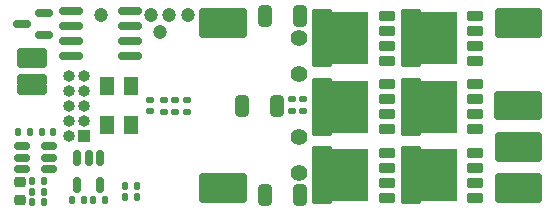
<source format=gbr>
%TF.GenerationSoftware,KiCad,Pcbnew,(6.0.5)*%
%TF.CreationDate,2022-09-11T00:02:45-04:00*%
%TF.ProjectId,GoldESC,476f6c64-4553-4432-9e6b-696361645f70,rev?*%
%TF.SameCoordinates,Original*%
%TF.FileFunction,Soldermask,Bot*%
%TF.FilePolarity,Negative*%
%FSLAX46Y46*%
G04 Gerber Fmt 4.6, Leading zero omitted, Abs format (unit mm)*
G04 Created by KiCad (PCBNEW (6.0.5)) date 2022-09-11 00:02:45*
%MOMM*%
%LPD*%
G01*
G04 APERTURE LIST*
G04 Aperture macros list*
%AMRoundRect*
0 Rectangle with rounded corners*
0 $1 Rounding radius*
0 $2 $3 $4 $5 $6 $7 $8 $9 X,Y pos of 4 corners*
0 Add a 4 corners polygon primitive as box body*
4,1,4,$2,$3,$4,$5,$6,$7,$8,$9,$2,$3,0*
0 Add four circle primitives for the rounded corners*
1,1,$1+$1,$2,$3*
1,1,$1+$1,$4,$5*
1,1,$1+$1,$6,$7*
1,1,$1+$1,$8,$9*
0 Add four rect primitives between the rounded corners*
20,1,$1+$1,$2,$3,$4,$5,0*
20,1,$1+$1,$4,$5,$6,$7,0*
20,1,$1+$1,$6,$7,$8,$9,0*
20,1,$1+$1,$8,$9,$2,$3,0*%
%AMFreePoly0*
4,1,21,3.024497,2.399497,3.045000,2.350000,3.045000,-2.350000,3.024497,-2.399497,2.975000,-2.420000,1.425000,-2.420000,1.375503,-2.399497,1.355000,-2.350000,1.355000,-2.170000,-1.650000,-2.170000,-1.699497,-2.149497,-1.720000,-2.100000,-1.720000,2.100000,-1.699497,2.149497,-1.650000,2.170000,1.355000,2.170000,1.355000,2.350000,1.375503,2.399497,1.425000,2.420000,2.975000,2.420000,
3.024497,2.399497,3.024497,2.399497,$1*%
G04 Aperture macros list end*
%ADD10C,1.200000*%
%ADD11R,1.000000X1.000000*%
%ADD12RoundRect,0.250000X0.250000X-0.250000X0.250000X0.250000X-0.250000X0.250000X-0.250000X-0.250000X0*%
%ADD13RoundRect,0.250000X-0.250000X0.250000X-0.250000X-0.250000X0.250000X-0.250000X0.250000X0.250000X0*%
%ADD14RoundRect,0.250000X0.250000X0.250000X-0.250000X0.250000X-0.250000X-0.250000X0.250000X-0.250000X0*%
%ADD15O,1.000000X1.000000*%
%ADD16RoundRect,0.070000X-0.575000X0.350000X-0.575000X-0.350000X0.575000X-0.350000X0.575000X0.350000X0*%
%ADD17FreePoly0,180.000000*%
%ADD18R,1.300000X1.600000*%
%ADD19RoundRect,0.140000X0.140000X0.170000X-0.140000X0.170000X-0.140000X-0.170000X0.140000X-0.170000X0*%
%ADD20RoundRect,0.135000X-0.135000X-0.185000X0.135000X-0.185000X0.135000X0.185000X-0.135000X0.185000X0*%
%ADD21RoundRect,0.135000X-0.185000X0.135000X-0.185000X-0.135000X0.185000X-0.135000X0.185000X0.135000X0*%
%ADD22RoundRect,0.225000X0.250000X-0.225000X0.250000X0.225000X-0.250000X0.225000X-0.250000X-0.225000X0*%
%ADD23RoundRect,0.150000X0.825000X0.150000X-0.825000X0.150000X-0.825000X-0.150000X0.825000X-0.150000X0*%
%ADD24RoundRect,0.135000X0.135000X0.185000X-0.135000X0.185000X-0.135000X-0.185000X0.135000X-0.185000X0*%
%ADD25RoundRect,0.150000X0.587500X0.150000X-0.587500X0.150000X-0.587500X-0.150000X0.587500X-0.150000X0*%
%ADD26RoundRect,0.135000X0.185000X-0.135000X0.185000X0.135000X-0.185000X0.135000X-0.185000X-0.135000X0*%
%ADD27RoundRect,0.150000X-0.150000X0.512500X-0.150000X-0.512500X0.150000X-0.512500X0.150000X0.512500X0*%
%ADD28RoundRect,0.140000X-0.170000X0.140000X-0.170000X-0.140000X0.170000X-0.140000X0.170000X0.140000X0*%
%ADD29RoundRect,0.140000X-0.140000X-0.170000X0.140000X-0.170000X0.140000X0.170000X-0.140000X0.170000X0*%
%ADD30C,1.400000*%
%ADD31RoundRect,0.250000X0.325000X0.650000X-0.325000X0.650000X-0.325000X-0.650000X0.325000X-0.650000X0*%
%ADD32RoundRect,0.250000X-0.325000X-0.650000X0.325000X-0.650000X0.325000X0.650000X-0.325000X0.650000X0*%
%ADD33RoundRect,0.150000X0.512500X0.150000X-0.512500X0.150000X-0.512500X-0.150000X0.512500X-0.150000X0*%
G04 APERTURE END LIST*
D10*
%TO.C,TP80*%
X-7350000Y6250000D03*
%TD*%
%TO.C,TP83*%
X-12350000Y7700000D03*
%TD*%
%TO.C,TP81*%
X-6550000Y7700000D03*
%TD*%
D11*
%TO.C,J1*%
X23750000Y7000000D03*
D12*
X21500000Y6250000D03*
D11*
X22250000Y7750000D03*
X22250000Y7000000D03*
X23000000Y7750000D03*
X22250000Y6250000D03*
X24500000Y7000000D03*
X23750000Y6250000D03*
D12*
X24500000Y6250000D03*
D11*
X23750000Y7750000D03*
X23000000Y7000000D03*
X23000000Y6250000D03*
D12*
X21500000Y7750000D03*
D11*
X21500000Y7000000D03*
D12*
X24500000Y7750000D03*
%TD*%
D11*
%TO.C,J40*%
X-1250000Y-7000000D03*
X-500000Y-7000000D03*
X-1250000Y-6250000D03*
X-2000000Y-6250000D03*
X-2750000Y-7750000D03*
X-2000000Y-7000000D03*
X-2000000Y-7750000D03*
X-1250000Y-7750000D03*
X-2750000Y-6250000D03*
D13*
X-500000Y-6250000D03*
X-500000Y-7750000D03*
X-3500000Y-7750000D03*
X-3500000Y-6250000D03*
D11*
X-2750000Y-7000000D03*
X-3500000Y-7000000D03*
%TD*%
D10*
%TO.C,TP84*%
X-8100000Y7700000D03*
%TD*%
D11*
%TO.C,J2*%
X22950000Y750000D03*
X22200000Y750000D03*
X23700000Y0D03*
X23700000Y-750000D03*
D12*
X21450000Y750000D03*
D11*
X24450000Y0D03*
D12*
X21450000Y-750000D03*
D11*
X22950000Y-750000D03*
X22200000Y-750000D03*
X22200000Y0D03*
X22950000Y0D03*
D12*
X24450000Y-750000D03*
X24450000Y750000D03*
D11*
X21450000Y0D03*
X23700000Y750000D03*
%TD*%
D10*
%TO.C,TP82*%
X-5000000Y7700000D03*
%TD*%
D14*
%TO.C,J30*%
X-17450000Y4400000D03*
X-18950000Y3650000D03*
D11*
X-18200000Y3650000D03*
D14*
X-18950000Y4400000D03*
X-17450000Y3650000D03*
D11*
X-18200000Y4400000D03*
D14*
X-17450000Y2150000D03*
D11*
X-18200000Y1400000D03*
D14*
X-18950000Y2150000D03*
D11*
X-18200000Y2150000D03*
D14*
X-18950000Y1400000D03*
X-17450000Y1400000D03*
%TD*%
D11*
%TO.C,J81*%
X-13765000Y-2540000D03*
D15*
X-15035000Y-2540000D03*
X-13765000Y-1270000D03*
X-15035000Y-1270000D03*
X-13765000Y0D03*
X-15035000Y0D03*
X-13765000Y1270000D03*
X-15035000Y1270000D03*
X-13765000Y2540000D03*
X-15035000Y2540000D03*
%TD*%
D13*
%TO.C,J41*%
X-500000Y6250000D03*
D11*
X-3500000Y7000000D03*
X-2750000Y6250000D03*
X-1250000Y7000000D03*
D13*
X-500000Y7750000D03*
D11*
X-2750000Y7750000D03*
X-2000000Y7750000D03*
D13*
X-3500000Y7750000D03*
D11*
X-2000000Y6250000D03*
X-2000000Y7000000D03*
X-2750000Y7000000D03*
X-1250000Y7750000D03*
X-1250000Y6250000D03*
X-500000Y7000000D03*
D13*
X-3500000Y6250000D03*
%TD*%
D11*
%TO.C,J4*%
X22250000Y-4250000D03*
D13*
X24500000Y-2750000D03*
D11*
X23750000Y-2750000D03*
D13*
X21500000Y-4250000D03*
D11*
X21500000Y-3500000D03*
X23000000Y-4250000D03*
X23750000Y-3500000D03*
X22250000Y-3500000D03*
X23000000Y-2750000D03*
X24500000Y-3500000D03*
X23750000Y-4250000D03*
X22250000Y-2750000D03*
D13*
X24500000Y-4250000D03*
X21500000Y-2750000D03*
D11*
X23000000Y-3500000D03*
%TD*%
D12*
%TO.C,J3*%
X21500000Y-6250000D03*
X21500000Y-7750000D03*
D11*
X23750000Y-6250000D03*
D12*
X24500000Y-6250000D03*
X24500000Y-7750000D03*
D11*
X23000000Y-7000000D03*
X24500000Y-7000000D03*
X22250000Y-6250000D03*
X21500000Y-7000000D03*
X23000000Y-7750000D03*
X22250000Y-7000000D03*
X22250000Y-7750000D03*
X23750000Y-7750000D03*
X23000000Y-6250000D03*
X23750000Y-7000000D03*
%TD*%
D16*
%TO.C,Q4*%
X19335000Y7610000D03*
X19335000Y6340000D03*
X19335000Y5060000D03*
X19335000Y3790000D03*
D17*
X16065000Y5700000D03*
%TD*%
D18*
%TO.C,U81*%
X-9800000Y1650000D03*
X-9800000Y-1650000D03*
X-11800000Y-1650000D03*
X-11800000Y1650000D03*
%TD*%
D19*
%TO.C,C53*%
X-13820000Y-8000000D03*
X-14780000Y-8000000D03*
%TD*%
D16*
%TO.C,Q3*%
X11835000Y-3990000D03*
X11835000Y-5260000D03*
X11835000Y-6540000D03*
X11835000Y-7810000D03*
D17*
X8565000Y-5900000D03*
%TD*%
D16*
%TO.C,Q1*%
X11835000Y7610000D03*
X11835000Y6340000D03*
X11835000Y5060000D03*
X11835000Y3790000D03*
D17*
X8565000Y5700000D03*
%TD*%
D20*
%TO.C,R61*%
X-18160000Y-8150000D03*
X-17140000Y-8150000D03*
%TD*%
D21*
%TO.C,R41*%
X4800000Y560000D03*
X4800000Y-460000D03*
%TD*%
D22*
%TO.C,C60*%
X-19177000Y-8025000D03*
X-19177000Y-6475000D03*
%TD*%
D23*
%TO.C,U30*%
X-9925000Y8005000D03*
X-9925000Y6735000D03*
X-9925000Y5465000D03*
X-9925000Y4195000D03*
X-14875000Y4195000D03*
X-14875000Y5465000D03*
X-14875000Y6735000D03*
X-14875000Y8005000D03*
%TD*%
D24*
%TO.C,R85*%
X-9290000Y-7750000D03*
X-10310000Y-7750000D03*
%TD*%
D25*
%TO.C,U31*%
X-17162500Y7850000D03*
X-17162500Y5950000D03*
X-19037500Y6900000D03*
%TD*%
D16*
%TO.C,Q2*%
X11835000Y1810000D03*
X11835000Y540000D03*
X11835000Y-740000D03*
X11835000Y-2010000D03*
D17*
X8565000Y-100000D03*
%TD*%
D26*
%TO.C,R30*%
X-7000000Y-510000D03*
X-7000000Y510000D03*
%TD*%
D24*
%TO.C,R60*%
X-17167000Y-7300000D03*
X-18187000Y-7300000D03*
%TD*%
D27*
%TO.C,U50*%
X-14350000Y-4462500D03*
X-13400000Y-4462500D03*
X-12450000Y-4462500D03*
X-12450000Y-6737500D03*
X-14350000Y-6737500D03*
%TD*%
D28*
%TO.C,C80*%
X-8200000Y480000D03*
X-8200000Y-480000D03*
%TD*%
D16*
%TO.C,Q5*%
X19335000Y1810000D03*
X19335000Y540000D03*
X19335000Y-740000D03*
X19335000Y-2010000D03*
D17*
X16065000Y-100000D03*
%TD*%
D29*
%TO.C,C52*%
X-12980000Y-8000000D03*
X-12020000Y-8000000D03*
%TD*%
D30*
%TO.C,C40*%
X4400000Y-5691000D03*
X4400000Y-2691000D03*
%TD*%
D31*
%TO.C,C1*%
X4475000Y7600000D03*
X1525000Y7600000D03*
%TD*%
D32*
%TO.C,C3*%
X1525000Y-7600000D03*
X4475000Y-7600000D03*
%TD*%
D21*
%TO.C,R80*%
X-5100000Y510000D03*
X-5100000Y-510000D03*
%TD*%
D29*
%TO.C,C62*%
X-18157000Y-6400000D03*
X-17197000Y-6400000D03*
%TD*%
D31*
%TO.C,C2*%
X2575000Y0D03*
X-375000Y0D03*
%TD*%
D29*
%TO.C,C63*%
X-17357000Y-2200000D03*
X-16397000Y-2200000D03*
%TD*%
D21*
%TO.C,R31*%
X-6050000Y510000D03*
X-6050000Y-510000D03*
%TD*%
D16*
%TO.C,Q6*%
X19335000Y-3990000D03*
X19335000Y-5260000D03*
X19335000Y-6540000D03*
X19335000Y-7810000D03*
D17*
X16065000Y-5900000D03*
%TD*%
D33*
%TO.C,U60*%
X-16739500Y-3450000D03*
X-16739500Y-4400000D03*
X-16739500Y-5350000D03*
X-19014500Y-5350000D03*
X-19014500Y-4400000D03*
X-19014500Y-3450000D03*
%TD*%
D30*
%TO.C,C41*%
X4400000Y2700000D03*
X4400000Y5700000D03*
%TD*%
D29*
%TO.C,C61*%
X-19357000Y-2200000D03*
X-18397000Y-2200000D03*
%TD*%
D24*
%TO.C,R84*%
X-9290000Y-6850000D03*
X-10310000Y-6850000D03*
%TD*%
D26*
%TO.C,R40*%
X3800000Y-460000D03*
X3800000Y560000D03*
%TD*%
M02*

</source>
